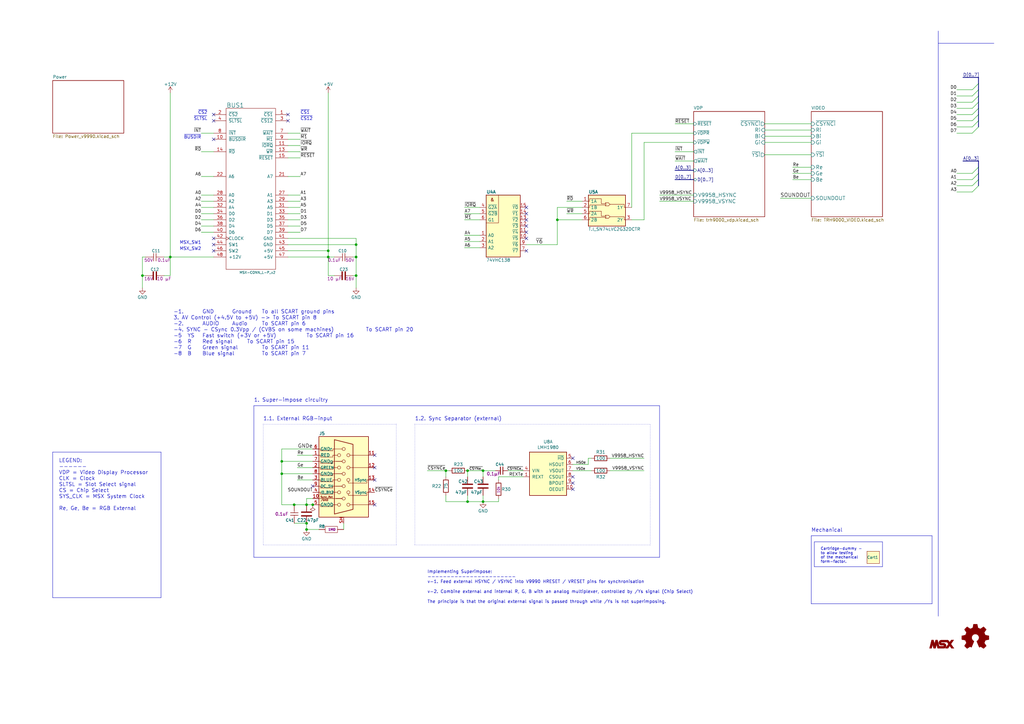
<source format=kicad_sch>
(kicad_sch (version 20230121) (generator eeschema)
  (paper "A3")
  (title_block (title "TRH9000D") (date "2023-01-13") (rev "AC") (comment 2 "Shared under CERN-OHL-S license") (comment 3 "TRH9000 - Open Source MSX Graphics Card based on the Yamaha V9990") (comment 4 "Designed  by: Cristiano Goncalves, Doomn00b, SD_Snatcher & Sunrise"))
  (lib_symbols
    (symbol "Device:C" (pin_numbers hide) (pin_names (offset 0.254))
      (property "Reference" "C" (at 0.635 2.54 0))
      (property "Value" "C" (at 0.635 -2.54 0))
      (symbol "C_1_1"
        (pin passive line (at 0 3.81 270) (length 2.794) (name "~") (number "1"))
        (pin passive line (at 0 -3.81 90) (length 2.794) (name "~") (number "2"))
      )
    )
    (symbol "Device:R" (pin_numbers hide) (pin_names (offset 0))
      (property "Reference" "R" (at 2.032 0 90))
      (property "Value" "R" (at 0 0 90))
      (symbol "R_1_1"
        (pin passive line (at 0 3.81 270) (length 1.27) (name "~") (number "1"))
        (pin passive line (at 0 -3.81 90) (length 1.27) (name "~") (number "2"))
      )
    )
    (symbol "Graphic:Logo_Open_Hardware_Small" (in_bom no) (on_board no))
    (symbol "LRJ-parts:C_CC0805JPX7R9BB104" (pin_numbers hide) (pin_names (offset 1.016) hide)
      (property "Reference" "C" (at 1.524 2.921 0))
      (property "MPN" "CC0805JPX7R9BB104" (at -12.7 0 0))
      (symbol "C_CC0805JPX7R9BB104_1_1"
        (pin passive line (at 0 3.81 270) (length 2.54) (name "1") (number "1"))
        (pin passive line (at 0 -3.81 90) (length 2.54) (name "2") (number "2"))
      )
    )
    (symbol "LRJ-parts:C_CL10B104KB8NNNL" (pin_numbers hide) (pin_names (offset 0.254) hide)
      (property "Reference" "C" (at 0.254 1.778 0))
      (property "Value" "C_CL10B104KB8NNNL" (at 0.254 -2.032 0))
      (property "Capacitance " " 0,1µF" (at -6.35 0 0))
      (property "Voltage Rating" "50V" (at -6.35 -2.54 0))
      (symbol "C_CL10B104KB8NNNL_1_1"
        (pin passive line (at 0 2.54 270) (length 2.032) (name "~") (number "1"))
        (pin passive line (at 0 -2.54 90) (length 2.032) (name "~") (number "2"))
      )
    )
    (symbol "LRJ-parts:C_CL21B106KOQNNNE" (pin_numbers hide) (pin_names (offset 1.016) hide)
      (property "Reference" "C" (at 1.524 2.921 0))
      (property "Capacitance" "10 µF" (at 5.08 0 0))
      (property "Voltage rating" "16V" (at 5.08 -2.54 0))
      (symbol "C_CL21B106KOQNNNE_1_1"
        (pin passive line (at 0 3.81 270) (length 2.54) (name "1") (number "1"))
        (pin passive line (at 0 -3.81 90) (length 2.54) (name "2") (number "2"))
      )
    )
    (symbol "LRJ-parts:LMH1980" (pin_names (offset 1.016))
      (property "Reference" "U" (at -11.43 11.43 0))
      (property "Value" "LMH1980" (at 3.81 11.43 0))
      (symbol "LMH1980_1_1"
        (pin input line (at -10.16 0 0) (length 2.54) (name "REXT") (number "1"))
        (pin output line (at 10.16 -5.08 180) (length 2.54) (name "OEOUT") (number "10"))
        (pin input line (at -10.16 2.54 0) (length 2.54) (name "VIN") (number "4"))
        (pin output line (at 10.16 7.62 180) (length 2.54) (name "~{HD}") (number "5"))
        (pin output line (at 10.16 5.08 180) (length 2.54) (name "HSOUT") (number "6"))
        (pin output line (at 10.16 2.54 180) (length 2.54) (name "VSOUT") (number "7"))
        (pin output line (at 10.16 0 180) (length 2.54) (name "CSOUT") (number "8"))
        (pin output line (at 10.16 -2.54 180) (length 2.54) (name "BPOUT") (number "9"))
      )
      (symbol "LMH1980_2_1"
        (pin power_in line (at 0 -7.62 90) (length 2.54) (name "GND") (number "2"))
        (pin power_in line (at 0 7.62 270) (length 2.54) (name "VCC") (number "3"))
      )
    )
    (symbol "LRJ-parts:Norcomp_200-015-263R001" (pin_names (offset 0.635))
      (property "Reference" "J" (at 0 21.59 0))
      (property "Value" "Norcomp_200-015-263R001" (at 38.1 2.54 0))
      (symbol "Norcomp_200-015-263R001_1_0"
        (text "/GND" (at -7.874 -8.255 0) (effects (font (size 0.75 0.75))))
        (text "Sync_Ret" (at -6.985 -6.985 0) (effects (font (size 0.75 0.75))))
      )
      (symbol "Norcomp_200-015-263R001_1_1"
        (pin passive line (at -12.7 10.16 0) (length 2.54) (name "RED") (number "1"))
        (pin passive line (at -12.7 -7.62 0) (length 2.54) (name "Sync_Ret/GND") (number "10"))
        (pin passive line (at 12.7 10.16 180) (length 2.54) (name "~") (number "11"))
        (pin passive line (at 12.7 5.08 180) (length 2.54) (name "~") (number "12"))
        (pin passive line (at 12.7 0 180) (length 2.54) (name "HSync") (number "13"))
        (pin passive line (at 12.7 -5.08 180) (length 2.54) (name "VSync") (number "14"))
        (pin passive line (at 12.7 -10.16 180) (length 2.54) (name "~") (number "15"))
        (pin passive line (at -12.7 5.08 0) (length 2.54) (name "GREEN") (number "2"))
        (pin passive line (at -12.7 0 0) (length 2.54) (name "BLUE") (number "3"))
        (pin passive line (at -12.7 -5.08 0) (length 2.54) (name "ID_Bit2") (number "4"))
        (pin power_in line (at -12.7 -10.16 0) (length 2.54) (name "GNDD") (number "5"))
        (pin power_in line (at -12.7 12.7 0) (length 2.54) (name "GNDr") (number "6"))
        (pin power_in line (at -12.7 7.62 0) (length 2.54) (name "GNDg") (number "7"))
        (pin power_in line (at -12.7 2.54 0) (length 2.54) (name "GNDb") (number "8"))
        (pin power_in line (at -12.7 -2.54 0) (length 2.54) (name "DC_5V") (number "9"))
        (pin passive line (at 0 -17.78 90) (length 2.54) (name "SH") (number "SH"))
      )
    )
    (symbol "LRJ-parts:R_ERJ-3GEYJ105V" (pin_numbers hide) (pin_names (offset 1.016) hide)
      (property "Reference" "R" (at -5.08 1.27 0))
      (property "Value" "R_ERJ-3GEYJ105V" (at -10.16 -3.81 0))
      (property "Resistance" "1MΩ" (at 0 0 0))
      (symbol "R_ERJ-3GEYJ105V_1_1"
        (pin passive line (at -5.08 0 0) (length 2.54) (name "1") (number "1"))
        (pin passive line (at 5.08 0 180) (length 2.54) (name "2") (number "2"))
      )
    )
    (symbol "LRJ-parts:R_RC0603FR-0710KL" (pin_numbers hide) (pin_names (offset 0))
      (property "Reference" "R" (at 0 0 90))
      (property "Value" "R_RC0603FR-0710KL" (at -12.7 0 0))
      (property "Resistance" "10k" (at 3.81 -1.27 0))
      (symbol "R_RC0603FR-0710KL_1_1"
        (pin passive line (at 0 3.81 270) (length 1.27) (name "~") (number "1"))
        (pin passive line (at 0 -3.81 90) (length 1.27) (name "~") (number "2"))
      )
    )
    (symbol "TRH9000:74VHC138" (pin_names (offset 0.762))
      (property "Reference" "U" (at -17.78 12.7 0))
      (property "Value" "74VHC138" (at -17.78 10.16 0))
      (symbol "74VHC138_1_0"
        (text "&" (at -3.81 10.795 0) (effects (font (size 1.27 1.27))))
      )
      (symbol "74VHC138_1_1"
        (pin input line (at -8.89 -3.81 0) (length 2.54) (name "A0") (number "1"))
        (pin output line (at 10.16 -5.08 180) (length 2.54) (name "~{Y5}") (number "10"))
        (pin output line (at 10.16 -2.54 180) (length 2.54) (name "~{Y4}") (number "11"))
        (pin output line (at 10.16 0 180) (length 2.54) (name "~{Y3}") (number "12"))
        (pin output line (at 10.16 2.54 180) (length 2.54) (name "~{Y2}") (number "13"))
        (pin output line (at 10.16 5.08 180) (length 2.54) (name "~{Y1}") (number "14"))
        (pin output line (at 10.16 7.62 180) (length 2.54) (name "~{Y0}") (number "15"))
        (pin input line (at -8.89 -6.35 0) (length 2.54) (name "A1") (number "2"))
        (pin input line (at -8.89 -8.89 0) (length 2.54) (name "A2") (number "3"))
        (pin input line (at -8.89 7.62 0) (length 2.54) (name "~{G2A}") (number "4"))
        (pin input line (at -8.89 5.08 0) (length 2.54) (name "~{G2B}") (number "5"))
        (pin input line (at -8.89 2.54 0) (length 2.54) (name "G1") (number "6"))
        (pin output line (at 10.16 -10.16 180) (length 2.54) (name "~{Y7}") (number "7"))
        (pin output line (at 10.16 -7.62 180) (length 2.54) (name "~{Y6}") (number "9"))
      )
      (symbol "74VHC138_2_0"
        (pin power_in line (at 0 7.62 270) (length 2.54) (name "VCC") (number "16"))
      )
      (symbol "74VHC138_2_1"
        (pin power_in line (at 0 -7.62 90) (length 2.54) (name "GND") (number "8"))
      )
    )
    (symbol "TRH9000:MSX-CONN_L-P_v2" (pin_names (offset 1.016)) (in_bom no)
      (property "Reference" "BUS" (at -10.16 34.29 0))
      (property "Value" "MSX-CONN_L-P_v2" (at -10.16 -34.29 0))
      (symbol "MSX-CONN_L-P_v2_1_1"
        (pin output line (at -15.24 30.48 0) (length 5.08) (name "~{CS1}") (number "1"))
        (pin output line (at 15.24 20.32 180) (length 5.08) (name "~{BUSDIR}") (number "10"))
        (pin output line (at -15.24 17.78 0) (length 5.08) (name "~{IORQ}") (number "11"))
        (pin output line (at -15.24 15.24 0) (length 5.08) (name "~{WR}") (number "13"))
        (pin output line (at 15.24 15.24 180) (length 5.08) (name "~{RD}") (number "14"))
        (pin output line (at -15.24 12.7 0) (length 5.08) (name "~{RESET}") (number "15"))
        (pin output line (at 15.24 30.48 180) (length 5.08) (name "~{CS2}") (number "2"))
        (pin output line (at -15.24 5.08 0) (length 5.08) (name "A7") (number "21"))
        (pin output line (at 15.24 5.08 180) (length 5.08) (name "A6") (number "22"))
        (pin output line (at -15.24 -2.54 0) (length 5.08) (name "A1") (number "27"))
        (pin output line (at 15.24 -2.54 180) (length 5.08) (name "A0") (number "28"))
        (pin output line (at -15.24 -5.08 0) (length 5.08) (name "A3") (number "29"))
        (pin output line (at -15.24 27.94 0) (length 5.08) (name "~{CS12}") (number "3"))
        (pin output line (at 15.24 -5.08 180) (length 5.08) (name "A2") (number "30"))
        (pin output line (at -15.24 -7.62 0) (length 5.08) (name "A5") (number "31"))
        (pin output line (at 15.24 -7.62 180) (length 5.08) (name "A4") (number "32"))
        (pin tri_state line (at -15.24 -10.16 0) (length 5.08) (name "D1") (number "33"))
        (pin tri_state line (at 15.24 -10.16 180) (length 5.08) (name "D0") (number "34"))
        (pin tri_state line (at -15.24 -12.7 0) (length 5.08) (name "D3") (number "35"))
        (pin tri_state line (at 15.24 -12.7 180) (length 5.08) (name "D2") (number "36"))
        (pin tri_state line (at -15.24 -15.24 0) (length 5.08) (name "D5") (number "37"))
        (pin tri_state line (at 15.24 -15.24 180) (length 5.08) (name "D4") (number "38"))
        (pin tri_state line (at -15.24 -17.78 0) (length 5.08) (name "D7") (number "39"))
        (pin output line (at 15.24 27.94 180) (length 5.08) (name "~{SLTSL}") (number "4"))
        (pin tri_state line (at 15.24 -17.78 180) (length 5.08) (name "D6") (number "40"))
        (pin power_in line (at -15.24 -20.32 0) (length 5.08) (name "GND") (number "41"))
        (pin output clock (at 15.24 -20.32 180) (length 5.08) (name "CLOCK") (number "42"))
        (pin power_in line (at -15.24 -22.86 0) (length 5.08) (name "GND") (number "43"))
        (pin passive line (at 15.24 -22.86 180) (length 5.08) (name "SW1") (number "44"))
        (pin power_in line (at -15.24 -25.4 0) (length 5.08) (name "+5V") (number "45"))
        (pin passive line (at 15.24 -25.4 180) (length 5.08) (name "SW2") (number "46"))
        (pin power_in line (at -15.24 -27.94 0) (length 5.08) (name "+5V") (number "47"))
        (pin power_in line (at 15.24 -27.94 180) (length 5.08) (name "+12V") (number "48"))
        (pin input line (at -15.24 22.86 0) (length 5.08) (name "~{WAIT}") (number "7"))
        (pin open_collector line (at 15.24 22.86 180) (length 5.08) (name "~{INT}") (number "8"))
        (pin output line (at -15.24 20.32 0) (length 5.08) (name "~{M1}") (number "9"))
      )
    )
    (symbol "TRH9000:MSX-cartridge_dummy" (pin_numbers hide) (pin_names (offset 0.762) hide)
      (property "Reference" "Cart" (at 0 -1.27 0))
    )
    (symbol "TRH9000:T.I_SN74LVC2G32DCTR" (pin_names (offset 1))
      (property "Reference" "U" (at -7.62 10.16 0))
      (property "Value" "T.I_SN74LVC2G32DCTR" (at -7.62 -7.62 0))
      (symbol "T.I_SN74LVC2G32DCTR_1_1"
        (pin input line (at -10.16 5.08 0) (length 2.54) (name "1A") (number "1"))
        (pin input line (at -10.16 2.54 0) (length 2.54) (name "1B") (number "2"))
        (pin output line (at 10.16 -2.54 180) (length 2.54) (name "2Y") (number "3"))
        (pin input line (at -10.16 0 0) (length 2.54) (name "2A") (number "5"))
        (pin input line (at -10.16 -2.54 0) (length 2.54) (name "2B") (number "6"))
        (pin output line (at 10.16 2.54 180) (length 2.54) (name "1Y") (number "7"))
      )
      (symbol "T.I_SN74LVC2G32DCTR_2_0"
        (text "GND" (at 0 -1.27 0) (effects (font (size 1.27 1.27))))
        (text "VCC" (at 0 1.27 0) (effects (font (size 1.27 1.27))))
      )
      (symbol "T.I_SN74LVC2G32DCTR_2_1"
        (pin power_in line (at 0 -5.08 90) (length 2.54) (name "GND") (number "4"))
        (pin power_in line (at 0 5.08 270) (length 2.54) (name "VCC") (number "8"))
      )
    )
    (symbol "Ultra-MSX:Logo_MSX" (pin_names (offset 1.016)) (in_bom no))
    (symbol "power:+12V" (power) (pin_names (offset 0))
      (property "Value" "+12V" (at 0 3.556 0))
      (symbol "+12V_1_1"
        (pin power_in line (at 0 0 90) (length 0) hide (name "+12V") (number "1"))
      )
    )
    (symbol "power:+5V" (power) (pin_names (offset 0))
      (property "Value" "+5V" (at 0 3.556 0))
      (symbol "+5V_1_1"
        (pin power_in line (at 0 0 90) (length 0) hide (name "+5V") (number "1"))
      )
    )
    (symbol "power:GND" (power) (pin_names (offset 0))
      (property "Value" "GND" (at 0 -3.81 0))
      (symbol "GND_1_1"
        (pin power_in line (at 0 0 270) (length 0) hide (name "GND") (number "1"))
      )
    )
    (symbol "power:PWR_FLAG" (power) (pin_numbers hide) (pin_names (offset 0) hide)
      (property "Value" "PWR_FLAG" (at 0 3.81 0))
      (symbol "PWR_FLAG_0_0"
        (pin power_out line (at 0 0 90) (length 0) (name "pwr") (number "1"))
      )
    )
  )
  (junction (at 134.62 105.41))
  (junction (at 128.27 207.01))
  (junction (at 125.73 207.01))
  (junction (at 120.65 207.01))
  (junction (at 198.12 205.74))
  (junction (at 182.88 193.04))
  (junction (at 198.12 193.04))
  (junction (at 228.6 90.17))
  (junction (at 146.05 105.41))
  (junction (at 134.62 102.87))
  (junction (at 115.57 194.31))
  (junction (at 125.73 217.17))
  (junction (at 69.85 105.41))
  (junction (at 191.77 205.74))
  (junction (at 125.73 214.63))
  (junction (at 146.05 113.03))
  (junction (at 115.57 189.23))
  (junction (at 146.05 100.33))
  (junction (at 58.42 113.03))
  (junction (at 191.77 193.04))
  (no_connect (at 87.63 100.33))
  (no_connect (at 118.11 49.53))
  (no_connect (at 128.27 199.39))
  (no_connect (at 87.63 97.79))
  (no_connect (at 87.63 49.53))
  (no_connect (at 234.95 198.12))
  (no_connect (at 234.95 195.58))
  (no_connect (at 153.67 196.85))
  (no_connect (at 215.9 92.71))
  (no_connect (at 215.9 102.87))
  (no_connect (at 215.9 85.09))
  (no_connect (at 215.9 87.63))
  (no_connect (at 215.9 95.25))
  (no_connect (at 215.9 97.79))
  (no_connect (at 215.9 90.17))
  (no_connect (at 87.63 46.99))
  (no_connect (at 153.67 207.01))
  (no_connect (at 234.95 200.66))
  (no_connect (at 153.67 186.69))
  (no_connect (at 87.63 102.87))
  (no_connect (at 234.95 187.96))
  (no_connect (at 87.63 57.15))
  (no_connect (at 153.67 191.77))
  (no_connect (at 118.11 46.99))
  (bus_entry (at 401.32 73.66) (size -2.54 2.54))
  (bus_entry (at 401.32 41.91) (size -2.54 2.54))
  (bus_entry (at 401.32 68.58) (size -2.54 2.54))
  (bus_entry (at 401.32 49.53) (size -2.54 2.54))
  (bus_entry (at 401.32 34.29) (size -2.54 2.54))
  (bus_entry (at 401.32 44.45) (size -2.54 2.54))
  (bus_entry (at 401.32 46.99) (size -2.54 2.54))
  (bus_entry (at 401.32 39.37) (size -2.54 2.54))
  (bus_entry (at 401.32 76.2) (size -2.54 2.54))
  (bus_entry (at 401.32 52.07) (size -2.54 2.54))
  (bus_entry (at 401.32 71.12) (size -2.54 2.54))
  (bus_entry (at 401.32 36.83) (size -2.54 2.54))
  (wire (pts (xy 118.11 95.25) (xy 123.19 95.25)))
  (polyline (pts (xy 107.95 173.99) (xy 107.95 223.52)) (stroke (width 0) (type dot)))
  (wire (pts (xy 69.85 105.41) (xy 69.85 113.03)))
  (wire (pts (xy 241.3 187.96) (xy 242.57 187.96)))
  (wire (pts (xy 121.92 186.69) (xy 128.27 186.69)))
  (wire (pts (xy 118.11 72.39) (xy 123.19 72.39)))
  (polyline (pts (xy 334.01 222.25) (xy 334.01 232.41)))
  (wire (pts (xy 228.6 85.09) (xy 228.6 90.17)))
  (wire (pts (xy 228.6 90.17) (xy 228.6 100.33)))
  (wire (pts (xy 118.11 102.87) (xy 134.62 102.87)))
  (bus (pts (xy 401.32 36.83) (xy 401.32 39.37)))
  (wire (pts (xy 82.55 87.63) (xy 87.63 87.63)))
  (wire (pts (xy 259.08 54.61) (xy 259.08 85.09)))
  (wire (pts (xy 146.05 113.03) (xy 144.78 113.03)))
  (bus (pts (xy 401.32 49.53) (xy 401.32 52.07)))
  (wire (pts (xy 118.11 80.01) (xy 123.19 80.01)))
  (wire (pts (xy 198.12 205.74) (xy 204.47 205.74)))
  (wire (pts (xy 118.11 90.17) (xy 123.19 90.17)))
  (wire (pts (xy 146.05 105.41) (xy 144.78 105.41)))
  (wire (pts (xy 118.11 85.09) (xy 123.19 85.09)))
  (wire (pts (xy 392.43 52.07) (xy 398.78 52.07)))
  (wire (pts (xy 313.69 55.88) (xy 332.74 55.88)))
  (wire (pts (xy 125.73 217.17) (xy 130.81 217.17)))
  (wire (pts (xy 276.86 50.8) (xy 284.48 50.8)))
  (wire (pts (xy 392.43 39.37) (xy 398.78 39.37)))
  (polyline (pts (xy 66.04 185.42) (xy 66.04 245.11)))
  (wire (pts (xy 241.3 187.96) (xy 241.3 190.5)))
  (wire (pts (xy 392.43 36.83) (xy 398.78 36.83)))
  (wire (pts (xy 118.11 100.33) (xy 146.05 100.33)))
  (wire (pts (xy 134.62 38.1) (xy 134.62 102.87)))
  (bus (pts (xy 276.86 69.85) (xy 284.48 69.85)))
  (wire (pts (xy 191.77 193.04) (xy 198.12 193.04)))
  (wire (pts (xy 120.65 214.63) (xy 125.73 214.63)))
  (wire (pts (xy 392.43 54.61) (xy 398.78 54.61)))
  (polyline (pts (xy 361.95 232.41) (xy 361.95 222.25)))
  (wire (pts (xy 191.77 203.2) (xy 191.77 205.74)))
  (wire (pts (xy 198.12 203.2) (xy 198.12 205.74)))
  (wire (pts (xy 118.11 54.61) (xy 123.19 54.61)))
  (polyline (pts (xy 170.18 223.52) (xy 266.7 223.52)) (stroke (width 0) (type dot)))
  (wire (pts (xy 198.12 193.04) (xy 203.2 193.04)))
  (wire (pts (xy 175.26 193.04) (xy 182.88 193.04)))
  (wire (pts (xy 234.95 190.5) (xy 241.3 190.5)))
  (polyline (pts (xy 266.7 223.52) (xy 266.7 173.99)) (stroke (width 0) (type dot)))
  (bus (pts (xy 401.32 66.04) (xy 401.32 68.58)))
  (wire (pts (xy 392.43 78.74) (xy 398.78 78.74)))
  (bus (pts (xy 401.32 41.91) (xy 401.32 44.45)))
  (wire (pts (xy 58.42 105.41) (xy 58.42 113.03)))
  (bus (pts (xy 394.97 31.75) (xy 401.32 31.75)))
  (wire (pts (xy 204.47 204.47) (xy 204.47 205.74)))
  (wire (pts (xy 115.57 189.23) (xy 128.27 189.23)))
  (wire (pts (xy 204.47 195.58) (xy 214.63 195.58)))
  (polyline (pts (xy 107.95 173.99) (xy 162.56 173.99)) (stroke (width 0) (type dot)))
  (wire (pts (xy 69.85 105.41) (xy 67.31 105.41)))
  (bus (pts (xy 401.32 34.29) (xy 401.32 36.83)))
  (bus (pts (xy 401.32 44.45) (xy 401.32 46.99)))
  (wire (pts (xy 325.12 71.12) (xy 332.74 71.12)))
  (polyline (pts (xy 384.81 17.78) (xy 407.67 17.78)))
  (wire (pts (xy 392.43 76.2) (xy 398.78 76.2)))
  (wire (pts (xy 128.27 207.01) (xy 125.73 207.01)))
  (polyline (pts (xy 104.14 166.37) (xy 104.14 228.6)))
  (wire (pts (xy 82.55 95.25) (xy 87.63 95.25)))
  (wire (pts (xy 182.88 203.2) (xy 182.88 205.74)))
  (wire (pts (xy 190.5 87.63) (xy 196.85 87.63)))
  (wire (pts (xy 125.73 204.47) (xy 128.27 204.47)))
  (wire (pts (xy 320.04 81.28) (xy 332.74 81.28)))
  (wire (pts (xy 190.5 96.52) (xy 196.85 96.52)))
  (polyline (pts (xy 332.74 219.71) (xy 382.27 219.71)))
  (wire (pts (xy 190.5 101.6) (xy 196.85 101.6)))
  (wire (pts (xy 115.57 194.31) (xy 128.27 194.31)))
  (bus (pts (xy 401.32 73.66) (xy 401.32 76.2)))
  (wire (pts (xy 58.42 105.41) (xy 59.69 105.41)))
  (wire (pts (xy 198.12 193.04) (xy 198.12 195.58)))
  (polyline (pts (xy 384.81 12.7) (xy 384.81 252.73)))
  (wire (pts (xy 264.16 58.42) (xy 284.48 58.42)))
  (wire (pts (xy 146.05 113.03) (xy 146.05 118.11)))
  (wire (pts (xy 118.11 87.63) (xy 123.19 87.63)))
  (wire (pts (xy 264.16 58.42) (xy 264.16 90.17)))
  (polyline (pts (xy 21.59 185.42) (xy 66.04 185.42)))
  (wire (pts (xy 392.43 71.12) (xy 398.78 71.12)))
  (wire (pts (xy 182.88 205.74) (xy 191.77 205.74)))
  (wire (pts (xy 118.11 64.77) (xy 123.19 64.77)))
  (wire (pts (xy 115.57 207.01) (xy 115.57 194.31)))
  (wire (pts (xy 82.55 85.09) (xy 87.63 85.09)))
  (wire (pts (xy 313.69 58.42) (xy 332.74 58.42)))
  (wire (pts (xy 82.55 92.71) (xy 87.63 92.71)))
  (wire (pts (xy 228.6 90.17) (xy 238.76 90.17)))
  (wire (pts (xy 125.73 214.63) (xy 125.73 217.17)))
  (wire (pts (xy 270.51 80.01) (xy 284.48 80.01)))
  (wire (pts (xy 58.42 113.03) (xy 59.69 113.03)))
  (wire (pts (xy 204.47 196.85) (xy 204.47 195.58)))
  (wire (pts (xy 234.95 193.04) (xy 242.57 193.04)))
  (wire (pts (xy 134.62 105.41) (xy 137.16 105.41)))
  (wire (pts (xy 82.55 72.39) (xy 87.63 72.39)))
  (wire (pts (xy 118.11 82.55) (xy 123.19 82.55)))
  (wire (pts (xy 270.51 82.55) (xy 284.48 82.55)))
  (polyline (pts (xy 104.14 166.37) (xy 270.51 166.37)))
  (wire (pts (xy 128.27 184.15) (xy 115.57 184.15)))
  (wire (pts (xy 118.11 92.71) (xy 123.19 92.71)))
  (wire (pts (xy 125.73 204.47) (xy 125.73 207.01)))
  (wire (pts (xy 134.62 113.03) (xy 137.16 113.03)))
  (polyline (pts (xy 270.51 228.6) (xy 270.51 166.37)))
  (polyline (pts (xy 66.04 245.11) (xy 21.59 245.11)))
  (wire (pts (xy 118.11 57.15) (xy 123.19 57.15)))
  (wire (pts (xy 250.19 187.96) (xy 264.16 187.96)))
  (wire (pts (xy 118.11 105.41) (xy 134.62 105.41)))
  (wire (pts (xy 115.57 184.15) (xy 115.57 189.23)))
  (polyline (pts (xy 334.01 222.25) (xy 361.95 222.25)))
  (wire (pts (xy 69.85 105.41) (xy 87.63 105.41)))
  (wire (pts (xy 134.62 105.41) (xy 134.62 113.03)))
  (wire (pts (xy 313.69 63.5) (xy 332.74 63.5)))
  (bus (pts (xy 276.86 73.66) (xy 284.48 73.66)))
  (wire (pts (xy 118.11 62.23) (xy 123.19 62.23)))
  (wire (pts (xy 82.55 82.55) (xy 87.63 82.55)))
  (wire (pts (xy 276.86 62.23) (xy 284.48 62.23)))
  (wire (pts (xy 208.28 193.04) (xy 214.63 193.04)))
  (polyline (pts (xy 162.56 173.99) (xy 162.56 223.52)) (stroke (width 0) (type dot)))
  (wire (pts (xy 392.43 46.99) (xy 398.78 46.99)))
  (polyline (pts (xy 162.56 223.52) (xy 107.95 223.52)) (stroke (width 0) (type dot)))
  (wire (pts (xy 182.88 193.04) (xy 184.15 193.04)))
  (bus (pts (xy 401.32 71.12) (xy 401.32 73.66)))
  (wire (pts (xy 313.69 53.34) (xy 332.74 53.34)))
  (wire (pts (xy 82.55 62.23) (xy 87.63 62.23)))
  (wire (pts (xy 69.85 105.41) (xy 69.85 38.1)))
  (bus (pts (xy 401.32 39.37) (xy 401.32 41.91)))
  (wire (pts (xy 191.77 193.04) (xy 191.77 195.58)))
  (wire (pts (xy 250.19 193.04) (xy 264.16 193.04)))
  (polyline (pts (xy 332.74 219.71) (xy 332.74 247.65)))
  (polyline (pts (xy 382.27 247.65) (xy 332.74 247.65)))
  (bus (pts (xy 401.32 31.75) (xy 401.32 34.29)))
  (wire (pts (xy 140.97 217.17) (xy 140.97 214.63)))
  (wire (pts (xy 228.6 85.09) (xy 238.76 85.09)))
  (wire (pts (xy 276.86 66.04) (xy 284.48 66.04)))
  (wire (pts (xy 190.5 90.17) (xy 196.85 90.17)))
  (polyline (pts (xy 382.27 219.71) (xy 382.27 247.65)))
  (wire (pts (xy 392.43 44.45) (xy 398.78 44.45)))
  (wire (pts (xy 259.08 54.61) (xy 284.48 54.61)))
  (wire (pts (xy 82.55 54.61) (xy 87.63 54.61)))
  (wire (pts (xy 115.57 207.01) (xy 120.65 207.01)))
  (wire (pts (xy 146.05 105.41) (xy 146.05 113.03)))
  (wire (pts (xy 325.12 68.58) (xy 332.74 68.58)))
  (wire (pts (xy 232.41 82.55) (xy 238.76 82.55)))
  (wire (pts (xy 392.43 41.91) (xy 398.78 41.91)))
  (polyline (pts (xy 170.18 173.99) (xy 266.7 173.99)) (stroke (width 0) (type dot)))
  (wire (pts (xy 121.92 191.77) (xy 128.27 191.77)))
  (wire (pts (xy 313.69 50.8) (xy 332.74 50.8)))
  (wire (pts (xy 82.55 90.17) (xy 87.63 90.17)))
  (wire (pts (xy 146.05 100.33) (xy 146.05 105.41)))
  (bus (pts (xy 401.32 71.12) (xy 401.32 68.58)))
  (polyline (pts (xy 170.18 173.99) (xy 170.18 223.52)) (stroke (width 0) (type dot)))
  (wire (pts (xy 325.12 73.66) (xy 332.74 73.66)))
  (wire (pts (xy 392.43 73.66) (xy 398.78 73.66)))
  (wire (pts (xy 146.05 97.79) (xy 146.05 100.33)))
  (wire (pts (xy 121.92 196.85) (xy 128.27 196.85)))
  (bus (pts (xy 401.32 46.99) (xy 401.32 49.53)))
  (wire (pts (xy 232.41 87.63) (xy 238.76 87.63)))
  (polyline (pts (xy 104.14 228.6) (xy 270.51 228.6)))
  (wire (pts (xy 82.55 80.01) (xy 87.63 80.01)))
  (wire (pts (xy 118.11 97.79) (xy 146.05 97.79)))
  (polyline (pts (xy 21.59 185.42) (xy 21.59 245.11)))
  (wire (pts (xy 134.62 102.87) (xy 134.62 105.41)))
  (wire (pts (xy 58.42 113.03) (xy 58.42 118.11)))
  (wire (pts (xy 191.77 205.74) (xy 198.12 205.74)))
  (wire (pts (xy 115.57 189.23) (xy 115.57 194.31)))
  (wire (pts (xy 69.85 113.03) (xy 67.31 113.03)))
  (wire (pts (xy 190.5 99.06) (xy 196.85 99.06)))
  (bus (pts (xy 401.32 66.04) (xy 394.97 66.04)))
  (wire (pts (xy 392.43 49.53) (xy 398.78 49.53)))
  (wire (pts (xy 215.9 100.33) (xy 228.6 100.33)))
  (wire (pts (xy 264.16 90.17) (xy 259.08 90.17)))
  (wire (pts (xy 182.88 195.58) (xy 182.88 193.04)))
  (wire (pts (xy 120.65 207.01) (xy 125.73 207.01)))
  (wire (pts (xy 190.5 85.09) (xy 196.85 85.09)))
  (polyline (pts (xy 334.01 232.41) (xy 361.95 232.41)))
  (wire (pts (xy 118.11 59.69) (xy 123.19 59.69)))
  (text "1.1. External RGB-input" (at 107.95 172.72 0) (effects (font (size 1.524 1.524)) (justify left bottom)))
  (text "MSX_SW2" (at 82.55 102.87 0) (effects (font (size 1.27 1.27)) (justify right bottom)))
  (text "~{CS12}" (at 123.19 49.53 0) (effects (font (size 1.27 1.27)) (justify left bottom)))
  (text "~{BUSDIR}" (at 82.55 57.15 0) (effects (font (size 1.27 1.27)) (justify right bottom)))
  (text "Cartridge-dummy - \nto allow testing \nof the mechanical \nform-factor." (at 336.55 231.14 0) (effects (font (size 1.1 1.1)) (justify left bottom)))
  (text "MSX_SW1" (at 82.55 100.33 0) (effects (font (size 1.27 1.27)) (justify right bottom)))
  (text "Mechanical" (at 332.74 218.44 0) (effects (font (size 1.524 1.524)) (justify left bottom)))
  (text "Implementing Superimpose:\n-----------------------\nv-1. Feed external HSYNC / VSYNC into V9990 HRESET / VRESET pins for synchronisation\n\nv-2. Combine external and internal R, G, B with an analog multiplexer, controlled by /Ys signal (Chip Select)\n\nThe principle is that the original external signal is passed through while /Ys is not superimposing." (at 175.26 247.65 0) (effects (font (size 1.27 1.27)) (justify left bottom)))
  (text "LEGEND:\n------\nVDP = Video Display Processor\nCLK = Clock\nSLTSL = Slot Select signal\nCS = Chip Select\nSYS_CLK = MSX System Clock\n\nRe, Ge, Be = RGB External" (at 24.13 209.55 0) (effects (font (size 1.524 1.524)) (justify left bottom)))
  (text "~{CS1}" (at 123.19 46.99 0) (effects (font (size 1.27 1.27)) (justify left bottom)))
  (text "~{CS2}" (at 85.09 46.99 0) (effects (font (size 1.27 1.27)) (justify right bottom)))
  (text "1. Super-impose circuitry" (at 104.14 165.1 0) (effects (font (size 1.524 1.524)) (justify left bottom)))
  (text "1.2. Sync Separator (external)" (at 170.18 172.72 0) (effects (font (size 1.524 1.524)) (justify left bottom)))
  (text "~{SLTSL}" (at 85.09 49.53 0) (effects (font (size 1.27 1.27)) (justify right bottom)))
  (text "-1. 	GND 	Ground 	To all SCART ground pins \n3. AV Control (+4.5V to +5V) -> To SCART pin 8\n-2. 	AUDIO 	Audio 	To SCART pin 6\n-4. SYNC - CSync 0.3Vpp / (CVBS on some machines) 	To SCART pin 20 \n-5 	YS 	Fast switch (+3V or +5V) 	To SCART pin 16\n-6 	R 	Red signal 	To SCART pin 15\n-7 	G 	Green signal 	To SCART pin 11\n-8 	B 	Blue signal 	To SCART pin 7 \n" (at 71.12 146.05 0) (effects (font (size 1.524 1.524)) (justify left bottom)))
  (label "Be" (at 121.92 196.85 0))
  (label "~{WAIT}" (at 123.19 54.61 0))
  (label "~{RESET}" (at 276.86 50.8 0))
  (label "A7" (at 123.19 72.39 0))
  (label "A4" (at 190.5 96.52 0))
  (label "A2" (at 392.43 76.2 180))
  (label "~{CSYNCe_}" (at 214.63 193.04 180) (effects (font (size 1 1))))
  (label "~{M1}" (at 190.5 90.17 0))
  (label "D5" (at 123.19 92.71 0))
  (label "A3" (at 392.43 78.74 180))
  (label "A0" (at 392.43 71.12 180))
  (label "A6" (at 190.5 101.6 0))
  (label "A5" (at 123.19 85.09 0))
  (label "A2" (at 82.55 82.55 180))
  (label "GNDe" (at 128.27 184.15 180) (effects (font (size 1.524 1.524))))
  (label "Re" (at 121.92 186.69 0))
  (label "A6" (at 82.55 72.39 180))
  (label "HSOe" (at 236.22 190.5 0) (effects (font (size 1 1))))
  (label "A[0..3]" (at 394.97 66.04 0))
  (label "~{RD}" (at 82.55 62.23 180))
  (label "Ge" (at 325.12 71.12 0))
  (label "D7" (at 392.43 54.61 180))
  (label "~{CSYNCe}" (at 153.67 201.93 0))
  (label "D[0..7]" (at 394.97 31.75 0))
  (label "A[0..3]" (at 276.86 69.85 0))
  (label "A1" (at 392.43 73.66 180))
  (label "~{WR}" (at 123.19 62.23 0))
  (label "~{INT}" (at 82.55 54.61 180))
  (label "A5" (at 190.5 99.06 0))
  (label "D5" (at 392.43 49.53 180))
  (label "~{M1}" (at 123.19 57.15 0))
  (label "REXTe" (at 214.63 195.58 180))
  (label "Ge" (at 121.92 191.77 0))
  (label "A7" (at 190.5 87.63 0))
  (label "Re" (at 325.12 68.58 0))
  (label "~{INT}" (at 276.86 62.23 0))
  (label "~{IORQ}" (at 123.19 59.69 0))
  (label "~{Y6}" (at 219.71 100.33 0) (effects (font (size 1.524 1.524))))
  (label "D4" (at 392.43 46.99 180))
  (label "V9958_HSYNC" (at 270.51 80.01 0))
  (label "A4" (at 82.55 85.09 180))
  (label "Be" (at 325.12 73.66 0))
  (label "~{WR}" (at 232.41 87.63 0))
  (label "D[0..7]" (at 276.86 73.66 0))
  (label "~{CSYNCe}" (at 175.26 193.04 0))
  (label "D0" (at 82.55 87.63 180))
  (label "V9958_VSYNC" (at 264.16 193.04 180))
  (label "~{WAIT}" (at 276.86 66.04 0))
  (label "A3" (at 123.19 82.55 0))
  (label "D7" (at 123.19 95.25 0))
  (label "D0" (at 392.43 36.83 180))
  (label "A1" (at 123.19 80.01 0))
  (label "D2" (at 392.43 41.91 180))
  (label "D6" (at 392.43 52.07 180))
  (label "V9958_VSYNC" (at 270.51 82.55 0))
  (label "~{RD}" (at 232.41 82.55 0))
  (label "~{CSYNe_}" (at 198.12 193.04 180) (effects (font (size 1 1))))
  (label "~{IORQ}" (at 190.5 85.09 0))
  (label "D1" (at 392.43 39.37 180))
  (label "D2" (at 82.55 90.17 180))
  (label "D3" (at 123.19 90.17 0))
  (label "SOUNDOUT" (at 128.27 201.93 180))
  (label "SOUNDOUT" (at 320.04 81.28 0) (effects (font (size 1.524 1.524))))
  (label "D3" (at 392.43 44.45 180))
  (label "~{RESET}" (at 123.19 64.77 0))
  (label "A0" (at 82.55 80.01 180))
  (label "V9958_HSYNC" (at 264.16 187.96 180))
  (label "D1" (at 123.19 87.63 0))
  (label "VSOe" (at 236.22 193.04 0) (effects (font (size 1 1))))
  (label "D6" (at 82.55 95.25 180))
  (label "D4" (at 82.55 92.71 180))
  (symbol (lib_id "power:PWR_FLAG") (at 128.27 207.01 180) (unit 1)
    (property "Reference" "#FLG0106" (effects hide))
    (property "Value" "PWR_FLAG" (effects hide))
  )
  (symbol (lib_id "Device:R") (at 187.96 193.04 270) (mirror x) (unit 1)
    (property "Reference" "R23" (at 187.96 190.5 90))
    (property "Value" "100" (at 187.96 193.04 90))
    (property "Footprint" "LRJ:R_0603_1608Metric_roundcourt" (effects hide))
  )
  (symbol (lib_id "Device:R") (at 246.38 187.96 270) (mirror x) (unit 1)
    (property "Reference" "R31" (at 246.38 185.42 90))
    (property "Value" "100" (at 246.38 187.96 90))
    (property "Footprint" "Resistor_SMD:R_0603_1608Metric" (effects hide))
  )
  (symbol (lib_id "power:GND") (at 58.42 118.11 0) (mirror y) (unit 1)
    (property "Reference" "#PWR029" (effects hide))
    (property "Value" "GND" (at 58.42 121.92 0))
  )
  (symbol (lib_id "LRJ-parts:C_CC0805JPX7R9BB104") (at 140.97 105.41 90) (unit 1)
    (property "Reference" "C10" (at 142.24 102.87 90) (effects (font (size 1.143 1.143)) (justify left)))
    (property "Value" "C_CC0805JPX7R9BB104" (effects hide))
    (property "Footprint" "Capacitor_SMD:C_0805_2012Metric" (effects hide))
    (property "Datasheet" "https://www.yageo.com/upload/media/product/productsearch/datasheet/mlcc/UPY-GPHC_X7R_6.3V-to-50V_18.pdf" (effects hide))
    (property "Manufacturer" "Yageo" (effects hide))
    (property "MPN" "CC0805JPX7R9BB104" (effects hide))
    (property "Mouser datasheet" "https://www.mouser.se/datasheet/2/427/vjcommercialseries-1764145.pdf" (effects hide))
    (property "Capacitance" "0.1uF" (at 137.16 106.68 90))
    (property "Voltage rating" "50V" (at 143.51 106.68 90))
    (property "Temperature Coefficient " "X7R" (effects hide))
    (property "Mounting type" "SMD" (effects hide))
    (property "Status" "Active" (effects hide))
  )
  (symbol (lib_id "TRH9000:T.I_SN74LVC2G32DCTR") (at 248.92 87.63 0) (unit 1)
    (property "Reference" "U5" (at 241.3 78.74 0) (effects (font bold) (justify left)))
    (property "Value" "T.I_SN74LVC2G32DCTR" (at 241.3 93.98 0) (effects (justify left)))
    (property "Footprint" "Package_SO:SSOP-8_2.95x2.8mm_P0.65mm" (effects hide))
    (property "Datasheet" "https://www.ti.com/general/docs/suppproductinfo.tsp?distId=10&gotoUrl=https%3A%2F%2Fwww.ti.com%2Flit%2Fgpn%2Fsn74lvc2g32" (effects hide))
    (property "MPN" "SN74LVC2G32DCTR" (effects hide))
    (property "Description" "OR Gate, 2 Channel, 8-VFSOP, 3.2nS" (effects hide))
    (property "Manufacturer" "Texas Instruments" (effects hide))
    (property "Status" "Active" (effects hide))
  )
  (symbol (lib_id "Device:R") (at 182.88 199.39 0) (unit 1)
    (property "Reference" "R22" (at 179.07 199.39 0))
    (property "Value" "75" (at 182.88 199.39 90))
    (property "Footprint" "Resistor_SMD:R_0603_1608Metric" (effects hide))
  )
  (symbol (lib_id "Device:C") (at 125.73 210.82 180) (unit 1)
    (property "Reference" "C22" (at 125.73 213.36 0) (effects (justify left)))
    (property "Value" "47pF" (at 130.81 213.36 0) (effects (justify left)))
    (property "Footprint" "Capacitor_SMD:C_0603_1608Metric" (effects hide))
  )
  (symbol (lib_id "Ultra-MSX:Logo_MSX") (at 386.08 264.16 0) (unit 1) (in_bom no)
    (property "Reference" "LOGO2" (effects hide))
    (property "Value" "Logo_MSX" (effects hide))
    (property "Footprint" "Ultra-MSX:Logo_MSX_10x3" (effects hide))
  )
  (symbol (lib_id "Device:C") (at 191.77 199.39 0) (unit 1)
    (property "Reference" "C42" (at 187.96 197.485 0) (effects (justify left)))
    (property "Value" "47pF" (at 186.69 201.93 0) (effects (justify left)))
    (property "Footprint" "Capacitor_SMD:C_0603_1608Metric" (effects hide))
  )
  (symbol (lib_id "LRJ-parts:C_CL10B104KB8NNNL") (at 205.74 193.04 270) (mirror x) (unit 1)
    (property "Reference" "C44" (at 203.2 190.5 90) (effects (font (size 1.143 1.143)) (justify left)))
    (property "Value" "C_CL10B104KB8NNNL" (effects hide))
    (property "Footprint" "LRJ:C_0603_1608Metric_round_court" (effects hide))
    (property "Datasheet" "http://product.samsungsem.com/mlcc/CL10B104KB8NNN.do" (effects hide))
    (property "Manufacturer" "Samsung Electro-Mechanics" (effects hide))
    (property "MPN" "CL10B104KB8NNNL" (effects hide))
    (property "Temperature Coefficient " "X7R" (effects hide))
    (property "Capacitance " " 0,1µF" (at 201.93 194.31 90))
    (property "Tolerance" " ±10% " (effects hide))
    (property "Operating Temperature " " -55°C to +125°C " (effects hide))
    (property "Package" "1608 Metric" (effects hide))
    (property "DK_Datasheet" "https://media.digikey.com/pdf/Data%20Sheets/Samsung%20PDFs/CL_Series_MLCC_ds.pdf" (effects hide))
    (property "Voltage Rating" "50V" (effects hide))
  )
  (symbol (lib_id "LRJ-parts:LMH1980") (at 224.79 195.58 0) (unit 1)
    (property "Reference" "U8" (at 224.79 181.1782 0))
    (property "Value" "LMH1980" (at 224.79 183.4896 0))
    (property "Footprint" "Package_SO:VSSOP-10_3x3mm_P0.5mm" (effects hide))
    (property "Datasheet" "https://www.ti.com/lit/gpn/lmh1980" (effects hide))
    (property "Manufacturer" "Texas Instruments" (effects hide))
    (property "MPN" "LMH1980MM/NOPBCT" (effects hide))
    (property "Description" " Video sync separator " (effects hide))
  )
  (symbol (lib_id "power:GND") (at 146.05 118.11 0) (unit 1)
    (property "Reference" "#PWR0107" (effects hide))
    (property "Value" "GND" (at 146.05 121.92 0))
  )
  (symbol (lib_id "Device:C") (at 198.12 199.39 0) (unit 1)
    (property "Reference" "C43" (at 194.31 197.485 0) (effects (justify left)))
    (property "Value" "47pF" (at 193.04 201.93 0) (effects (justify left)))
    (property "Footprint" "LRJ:C_0603_1608Metric_round_court" (effects hide))
  )
  (symbol (lib_id "LRJ-parts:C_CL21B106KOQNNNE") (at 63.5 113.03 270) (mirror x) (unit 1)
    (property "Reference" "C12" (at 63.5 110.49 90) (effects (font (size 1.143 1.143))))
    (property "Value" "C_CL21B106KOQNNNE" (effects hide))
    (property "Footprint" "Capacitor_SMD:C_0805_2012Metric" (effects hide))
    (property "Datasheet" "https://media.digikey.com/pdf/Data%20Sheets/Samsung%20PDFs/CL_Series_MLCC_ds.pdf" (effects hide))
    (property "Manufacturer" "Samsung Electro-Mechanics" (effects hide))
    (property "MPN" "CL21B106KOQNNNE" (effects hide))
    (property "Capacitance" "10 µF" (at 67.31 114.3 90))
    (property "Voltage rating" "16V" (at 60.96 114.3 90))
    (property "Temperature Coefficient " "X7R" (effects hide))
    (property "Mounting type" "SMD" (effects hide))
    (property "Status" "Active" (effects hide))
    (property "Description" "CAP CER 10UF 16V X7R 0805" (effects hide))
  )
  (symbol (lib_id "LRJ-parts:R_ERJ-3GEYJ105V") (at 135.89 217.17 180) (unit 1)
    (property "Reference" "R8" (at 130.81 215.9 0) (effects (font (size 1.143 1.143)) (justify right)))
    (property "Value" "R_ERJ-3GEYJ105V" (effects hide))
    (property "Footprint" "Resistor_SMD:R_0603_1608Metric" (effects hide))
    (property "Datasheet" "https://industrial.panasonic.com/ww/products/pt/general-purpose-chip-resistors/models/ERJ3GEYJ105V" (effects hide))
    (property "Manufacturer" "Panasonic Electronic Components" (effects hide))
    (property "MPN" "ERJ-3GEYJ105V" (effects hide))
    (property "Resistance" "1MΩ" (at 134.62 217.17 0) (effects (font (size 0.889 0.889)) (justify right)))
    (property "Voltage rating" "75V" (effects hide))
    (property "Operating Temperature " " -55°C to +155°C" (effects hide))
    (property "Status" "Active" (effects hide))
    (property "Mounting type" "SMD" (effects hide))
  )
  (symbol (lib_id "Device:R") (at 246.38 193.04 270) (mirror x) (unit 1)
    (property "Reference" "R32" (at 246.38 195.58 90))
    (property "Value" "100" (at 246.38 193.04 90))
    (property "Footprint" "Resistor_SMD:R_0603_1608Metric" (effects hide))
  )
  (symbol (lib_id "power:GND") (at 125.73 217.17 0) (unit 1)
    (property "Reference" "#PWR034" (effects hide))
    (property "Value" "GND" (at 125.73 220.98 0))
  )
  (symbol (lib_id "power:GND") (at 198.12 205.74 0) (unit 1)
    (property "Reference" "#PWR035" (effects hide))
    (property "Value" "GND" (at 198.12 209.55 0))
  )
  (symbol (lib_id "LRJ-parts:C_CL21B106KOQNNNE") (at 140.97 113.03 90) (unit 1)
    (property "Reference" "C23" (at 140.97 110.49 90) (effects (font (size 1.143 1.143))))
    (property "Value" "C_CL21B106KOQNNNE" (effects hide))
    (property "Footprint" "Capacitor_SMD:C_0805_2012Metric" (effects hide))
    (property "Datasheet" "https://media.digikey.com/pdf/Data%20Sheets/Samsung%20PDFs/CL_Series_MLCC_ds.pdf" (effects hide))
    (property "Manufacturer" "Samsung Electro-Mechanics" (effects hide))
    (property "MPN" "CL21B106KOQNNNE" (effects hide))
    (property "Capacitance" "10 µF" (at 137.16 114.3 90))
    (property "Voltage rating" "16V" (at 143.51 114.3 90))
    (property "Temperature Coefficient " "X7R" (effects hide))
    (property "Mounting type" "SMD" (effects hide))
    (property "Status" "Active" (effects hide))
    (property "Description" "CAP CER 10UF 16V X7R 0805" (effects hide))
  )
  (symbol (lib_id "LRJ-parts:Norcomp_200-015-263R001") (at 140.97 196.85 0) (unit 1)
    (property "Reference" "J5" (at 132.08 177.8 0))
    (property "Value" "Norcomp_200-015-263R001" (effects hide))
    (property "Footprint" "LRJ:Norcomp_DSUB-15-HD_Female_Horizontal_SMD_P0.77x1.98mm" (effects hide))
    (property "Datasheet" "https://www.norcomp.net/rohspdfs/Connectors/2YY/200-015-263R001.pdf" (effects hide))
    (property "MPN" "200-015-263R001" (effects hide))
    (property "Manufacturer" "NorComp Inc." (effects hide))
    (property "Description" "CONN D-SUB HD RCPT 15POS SMD R/A" (effects hide))
    (property "Current Rating" "2A" (effects hide))
    (property "Voltage Rating" "300V" (effects hide))
  )
  (symbol (lib_id "power:+12V") (at 69.85 38.1 0) (unit 1)
    (property "Reference" "#PWR030" (effects hide))
    (property "Value" "+12V" (at 69.85 34.544 0))
  )
  (symbol (lib_id "LRJ-parts:R_RC0603FR-0710KL") (at 204.47 200.66 180) (unit 1)
    (property "Reference" "R30" (at 209.55 200.66 0) (effects (justify left)))
    (property "Value" "R_RC0603FR-0710KL" (effects hide))
    (property "Footprint" "LRJ:R_0603_1608Metric_roundcourt" (effects hide))
    (property "Datasheet" "https://www.yageo.com/upload/media/product/productsearch/datasheet/rchip/PYu-RC_Group_51_RoHS_L_11.pdf" (effects hide))
    (property "Resistance" "10k" (at 204.47 199.39 90) (effects (font (size 0.9906 0.9906)) (justify left)))
    (property "Power (Watts) " " 0.1W, 1/10W" (effects hide))
    (property "Operating Temperature " " -55°C to 155°C " (effects hide))
    (property "MPN" "RC0603FR-0710KL" (effects hide))
    (property "Manufacturer" "Yageo" (effects hide))
  )
  (symbol (lib_id "Graphic:Logo_Open_Hardware_Small") (at 400.05 261.62 0) (unit 1) (in_bom no)
    (property "Reference" "LOGO1" (effects hide))
    (property "Value" "Logo_Open_Hardware_Small" (effects hide))
    (property "Footprint" "Symbol:OSHW-Logo2_14.6x12mm_SilkScreen" (effects hide))
    (property "Sim.Enable" "0" (effects hide))
  )
  (symbol (lib_id "LRJ-parts:C_CC0805JPX7R9BB104") (at 120.65 210.82 180) (unit 1)
    (property "Reference" "C41" (at 120.65 213.36 0) (effects (font (size 1.143 1.143)) (justify left)))
    (property "Value" "C_CC0805JPX7R9BB104" (effects hide))
    (property "Footprint" "Capacitor_SMD:C_0805_2012Metric" (effects hide))
    (property "Datasheet" "https://www.yageo.com/upload/media/product/productsearch/datasheet/mlcc/UPY-GPHC_X7R_6.3V-to-50V_18.pdf" (effects hide))
    (property "Manufacturer" "Yageo" (effects hide))
    (property "MPN" "CC0805JPX7R9BB104" (effects hide))
    (property "Mouser datasheet" "https://www.mouser.se/datasheet/2/427/vjcommercialseries-1764145.pdf" (effects hide))
    (property "Capacitance" "0.1uF" (at 115.57 210.82 0))
    (property "Voltage rating" "50V" (effects hide))
    (property "Temperature Coefficient " "X7R" (effects hide))
    (property "Mounting type" "SMD" (effects hide))
    (property "Status" "Active" (effects hide))
  )
  (symbol (lib_id "TRH9000:MSX-CONN_L-P_v2") (at 102.87 77.47 0) (mirror y) (unit 1) (in_bom no)
    (property "Reference" "BUS1" (at 96.52 43.18 0) (effects (font (size 1.778 1.778))))
    (property "Value" "MSX-CONN_L-P_v2" (at 113.03 111.76 0) (effects (font (size 1 1)) (justify left)))
    (property "Footprint" "trh9000:msx_edge-conn-LP_v2" (effects hide))
    (property "Datasheet" "https://www.msx.org/wiki/MSX_Cartridge_slot#Pinout_of_Standard_MSX_Cartridge_slot" (effects hide))
    (property "Manufacturer" "n/a" (effects hide))
    (property "MPN" "n/a" (effects hide))
  )
  (symbol (lib_id "TRH9000:MSX-cartridge_dummy") (at 358.14 228.6 0) (unit 1)
    (property "Reference" "Cart1" (at 355.6 228.6 0) (effects (font (size 1.0922 1.0922)) (justify left)))
    (property "Value" "MSX-cartridge_dummy" (effects hide))
    (property "Footprint" "trh9000:MSX-cart-dummy_RA" (effects hide))
    (property "Datasheet" "https://github.com/apoloval/artemisa/issues/113" (effects hide))
    (property "MPN" "n/a" (effects hide))
    (property "Manufacturer" "n/a" (effects hide))
  )
  (symbol (lib_id "TRH9000:74VHC138") (at 205.74 92.71 0) (unit 1)
    (property "Reference" "U4" (at 199.39 78.74 0) (effects (font bold) (justify left)))
    (property "Value" "74VHC138" (at 199.39 106.68 0) (effects (justify left)))
    (property "Footprint" "Package_SO:SO-16_3.9x9.9mm_P1.27mm" (effects hide))
    (property "Datasheet" "https://media.digikey.com/pdf/Data%20Sheets/Toshiba%20PDFs/TC74VHC138F,FN,FT,FK.pdf" (effects hide))
    (property "MPN" "74VHC138FT" (effects hide))
    (property "Manufacturer" " Toshiba Semiconductor and Storage" (effects hide))
    (property "Description" "DECODER/DEMUX 3:8, x1" (effects hide))
  )
  (symbol (lib_id "power:+5V") (at 134.62 38.1 0) (unit 1)
    (property "Reference" "#PWR0108" (effects hide))
    (property "Value" "+5V" (at 134.62 34.544 0))
  )
  (symbol (lib_id "LRJ-parts:C_CC0805JPX7R9BB104") (at 63.5 105.41 270) (mirror x) (unit 1)
    (property "Reference" "C11" (at 62.23 102.87 90) (effects (font (size 1.143 1.143)) (justify left)))
    (property "Value" "C_CC0805JPX7R9BB104" (effects hide))
    (property "Footprint" "Capacitor_SMD:C_0805_2012Metric" (effects hide))
    (property "Datasheet" "https://www.yageo.com/upload/media/product/productsearch/datasheet/mlcc/UPY-GPHC_X7R_6.3V-to-50V_18.pdf" (effects hide))
    (property "Manufacturer" "Yageo" (effects hide))
    (property "MPN" "CC0805JPX7R9BB104" (effects hide))
    (property "Mouser datasheet" "https://www.mouser.se/datasheet/2/427/vjcommercialseries-1764145.pdf" (effects hide))
    (property "Capacitance" "0.1uF" (at 67.31 106.68 90))
    (property "Voltage rating" "50V" (at 60.96 106.68 90))
    (property "Temperature Coefficient " "X7R" (effects hide))
    (property "Mounting type" "SMD" (effects hide))
    (property "Status" "Active" (effects hide))
  )
  (sheet (at 21.59 33.02) (size 29.21 21.59) (stroke (width 0.1524))
    (property "Sheetname" "Power" (at 21.59 32.3084 0) (effects (justify left bottom)))
    (property "Sheetfile" "Power_v9990.kicad_sch" (at 21.59 55.1946 0) (effects (justify left top)))
  )
  (sheet (at 284.48 45.72) (size 29.21 43.18) (stroke (width 0.1524))
    (property "Sheetname" "VDP" (at 284.48 45.0084 0) (effects (justify left bottom)))
    (property "Sheetfile" "trh9000_vdp.kicad_sch" (at 284.48 89.4846 0) (effects (justify left top)))
    (pin "~{RESET}" input (at 284.48 50.8 180))
    (pin "~{VDPR}" input (at 284.48 54.61 180))
    (pin "~{VDPW}" input (at 284.48 58.42 180))
    (pin "~{INT}" output (at 284.48 62.23 180))
    (pin "~{WAIT}" output (at 284.48 66.04 180))
    (pin "D[0..7]" bidirectional (at 284.48 73.66 180))
    (pin "A[0..3]" input (at 284.48 69.85 180))
    (pin "Bi" input (at 313.69 55.88 0) (effects (font (size 1.524 1.524))))
    (pin "Gi" input (at 313.69 58.42 0) (effects (font (size 1.524 1.524))))
    (pin "Ri" input (at 313.69 53.34 0) (effects (font (size 1.524 1.524))))
    (pin "V9958_HSYNC" input (at 284.48 80.01 180) (effects (font (size 1.524 1.524))))
    (pin "V9958_VSYNC" input (at 284.48 82.55 180) (effects (font (size 1.524 1.524))))
    (pin "~{YSi}" output (at 313.69 63.5 0) (effects (font (size 1.524 1.524))))
    (pin "~{CSYNCi}" output (at 313.69 50.8 0) (effects (font (size 1.524 1.524))))
  )
  (sheet (at 332.74 45.72) (size 29.21 43.18) (stroke (width 0.1524))
    (property "Sheetname" "VIDEO" (at 332.74 45.0084 0) (effects (justify left bottom)))
    (property "Sheetfile" "TRH9000_VIDEO.kicad_sch" (at 332.74 89.4846 0) (effects (justify left top)))
    (pin "Ri" input (at 332.74 53.34 180) (effects (font (size 1.524 1.524))))
    (pin "Bi" input (at 332.74 55.88 180) (effects (font (size 1.524 1.524))))
    (pin "Gi" input (at 332.74 58.42 180) (effects (font (size 1.524 1.524))))
    (pin "Be" input (at 332.74 73.66 180) (effects (font (size 1.524 1.524))))
    (pin "Re" input (at 332.74 68.58 180) (effects (font (size 1.524 1.524))))
    (pin "Ge" input (at 332.74 71.12 180) (effects (font (size 1.524 1.524))))
    (pin "SOUNDOUT" input (at 332.74 81.28 180) (effects (font (size 1.524 1.524))))
    (pin "~{YSi}" input (at 332.74 63.5 180) (effects (font (size 1.524 1.524))))
    (pin "~{CSYNCi}" input (at 332.74 50.8 180) (effects (font (size 1.524 1.524))))
  )
)
</source>
